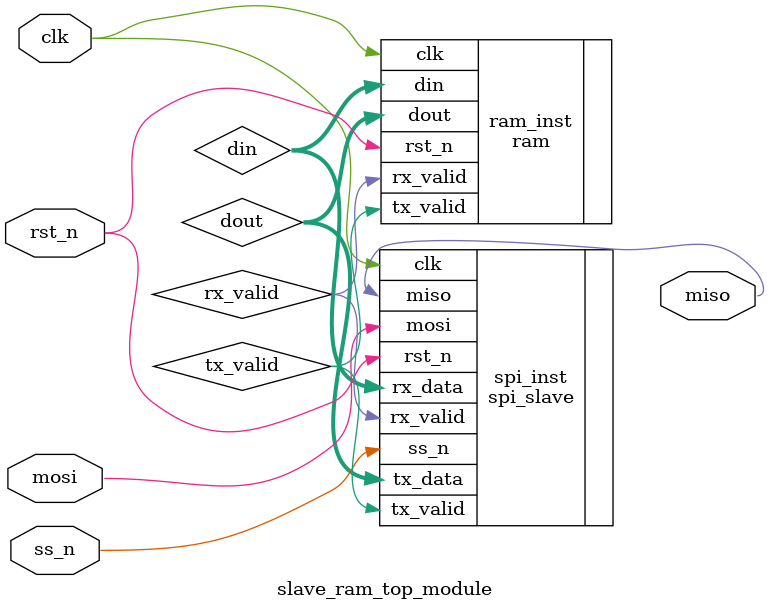
<source format=v>
module slave_ram_top_module (clk, rst_n, ss_n, mosi, miso);
    input clk;     
    input rst_n;   
    input ss_n;    
    input mosi;     
    output miso;

    wire [9:0] din;
    wire rx_valid;
    wire [7:0] dout;
    wire tx_valid;

    spi_slave spi_inst (.clk(clk), .rst_n(rst_n), .ss_n(ss_n), .mosi(mosi), .miso(miso), .rx_data(din), .rx_valid(rx_valid),
    .tx_data(dout), .tx_valid(tx_valid));

    ram ram_inst (.clk(clk), .rst_n(rst_n), .din(din), .rx_valid(rx_valid), .dout(dout), .tx_valid(tx_valid));
endmodule
</source>
